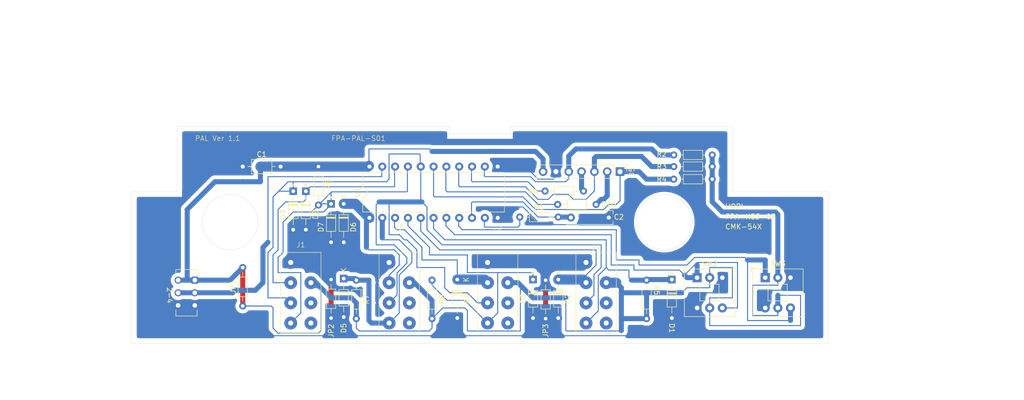
<source format=kicad_pcb>
(kicad_pcb (version 20240108) (generator "pcbnew") (generator_version "8.0")
  (layers (0 "F.Cu" signal) (31 "B.Cu" signal) (34 "B.Paste" user) (35 "F.Paste" user) (36 "B.SilkS" user "B.Silkscreen") (37 "F.SilkS" user "F.Silkscreen") (38 "B.Mask" user) (39 "F.Mask" user) (44 "Edge.Cuts" user))
  (net 0 "")
  (net 2 "GND")
  (net 10 "VCC")
  (net 11 "Net-(D2-K)")
  (net 12 "Net-(D4-K)")
  (net 13 "Net-(J5-Pin_2)")
  (net 14 "Net-(J5-Pin_4)")
  (net 15 "Net-(J5-Pin_5)")
  (net 16 "Net-(J5-Pin_3)")
  (net 17 "Net-(J5-Pin_1)")
  (net 18 "Net-(U1-TURBO_B)")
  (net 19 "Net-(U1-TURBO_A)")
  (net 20 "Net-(D6-K)")
  (net 21 "Net-(U1-$4017_D0)")
  (net 22 "Net-(U1-$4016_D0)")
  (net 23 "Net-(U1-~{4P}{slash}2P)")
  (net 24 "Net-(D8-K)")
  (net 25 "Net-(D9-K)")
  (net 26 "Net-(U1-XTAL1)")
  (net 27 "Net-(U1-XTAL2)")
  (net 28 "Net-(D1-K)")
  (net 29 "Net-(D7-K)")
  (net 30 "Net-(D5-K)")
  (net 31 "Net-(D3-K)")
  (footprint "Capacitor_THT:C_Axial_L3.8mm_D2.6mm_P7.50mm_Horizontal" (layer "F.Cu") (at 112 68)
    (property "Reference" "C1")
    (property "Value" "C")
  )
  (footprint "Resistor_THT:R_Axial_DIN0204_L3.6mm_D1.6mm_P7.62mm_Horizontal" (layer "F.Cu") (at 172 98.12 90)
    (property "Reference" "JP3")
    (property "Value" "Jumper_2_Bridged")
  )
  (footprint "Resistor_THT:R_Axial_DIN0204_L3.6mm_D1.6mm_P7.62mm_Horizontal" (layer "F.Cu") (at 166.88 78)
    (property "Reference" "R1")
    (property "Value" "200 kΩ ±5%")
  )
  (footprint "Resistor_THT:R_Axial_DIN0204_L3.6mm_D1.6mm_P7.62mm_Horizontal" (layer "F.Cu") (at 134.5 98.12 90)
    (property "Reference" "R7")
    (property "Value" "R")
  )
  (footprint "Resistor_THT:R_Axial_DIN0204_L3.6mm_D1.6mm_P7.62mm_Horizontal" (layer "F.Cu") (at 112 95.62 90)
    (property "Reference" "JP1")
    (property "Value" "Jumper_2_Bridged")
  )
  (footprint "Capacitor_THT:C_Rect_L9.0mm_W2.5mm_P7.50mm_MKT" (layer "F.Cu") (at 177 78.1)
    (property "Reference" "C2")
    (property "Value" "C")
  )
  (footprint "Resistor_THT:R_Axial_DIN0204_L3.6mm_D1.6mm_P7.62mm_Horizontal" (layer "F.Cu") (at 197.38 70.5)
    (property "Reference" "R4")
    (property "Value" "4.3 kΩ ±5%")
  )
  (footprint "Resistor_THT:R_Axial_DIN0204_L3.6mm_D1.6mm_P7.62mm_Horizontal" (layer "F.Cu") (at 197.38 65.7)
    (property "Reference" "R2")
    (property "Value" "4.3 kΩ ±5%")
  )
  (footprint "Diode_THT:D_DO-34_SOD68_P7.62mm_Horizontal" (layer "F.Cu") (at 124.5 72.88 -90)
    (property "Reference" "D8")
    (property "Value" "D")
  )
  (footprint "Button_Switch_THT:SW_Push_2P2T_Toggle_CK_PVA2OAH5xxxxxxV2" (layer "F.Cu") (at 202 90)
    (property "Reference" "SW2")
    (property "Value" "B")
  )
  (footprint "Package_DIP:DIP-22_W10.16mm" (layer "F.Cu") (at 137.1 78.16 90)
    (property "Reference" "U1")
    (property "Value" "~")
  )
  (footprint "Diode_THT:D_DO-34_SOD68_P7.62mm_Horizontal" (layer "F.Cu") (at 197 90.38 -90)
    (property "Reference" "D1")
    (property "Value" "D")
  )
  (footprint "Diode_THT:D_DO-34_SOD68_P7.62mm_Horizontal" (layer "F.Cu") (at 122 72.88 -90)
    (property "Reference" "D9")
    (property "Value" "D")
  )
  (footprint "NES:Controller" (layer "F.Cu") (at 162.5 87)
    (property "Reference" "J3")
    (property "Value" "Conn_01x07_Socket")
  )
  (footprint "Button_Switch_THT:SW_Push_2P2T_Toggle_CK_PVA2OAH5xxxxxxV2" (layer "F.Cu") (at 215.5 90)
    (property "Reference" "SW3")
    (property "Value" "A")
  )
  (footprint "Resistor_THT:R_Axial_DIN0204_L3.6mm_D1.6mm_P7.62mm_Horizontal" (layer "F.Cu") (at 127 75.62 90)
    (property "Reference" "R8")
    (property "Value" "10 kΩ ±5%")
  )
  (footprint "Diode_THT:D_DO-34_SOD68_P7.62mm_Horizontal" (layer "F.Cu") (at 129.5 75.38 -90)
    (property "Reference" "D7")
    (property "Value" "D")
  )
  (footprint "Diode_THT:D_DO-34_SOD68_P7.62mm_Horizontal" (layer "F.Cu") (at 174.5 90.38 -90)
    (property "Reference" "D2")
    (property "Value" "D")
  )
  (footprint "Button_Switch_THT:SW_CK_JS202011CQN_DPDT_Straight" (layer "F.Cu") (at 102.5 90.5 -90)
    (property "Reference" "SW1")
    (property "Value" "2-4")
  )
  (footprint "NES:Controller" (layer "F.Cu") (at 182 87)
    (property "Reference" "J4")
    (property "Value" "Conn_01x07_Socket")
  )
  (footprint "Connector_PinHeader_2.54mm:PinHeader_1x07_P2.54mm_Vertical" (layer "F.Cu") (at 186.74 69 -90)
    (property "Reference" "J5")
    (property "Value" "Conn_01x07_Socket")
  )
  (footprint "Resistor_THT:R_Axial_DIN0204_L3.6mm_D1.6mm_P7.62mm_Horizontal" (layer "F.Cu") (at 192 98.12 90)
    (property "Reference" "R5")
    (property "Value" "10 kΩ ±5%")
  )
  (footprint "Resistor_THT:R_Axial_DIN0204_L3.6mm_D1.6mm_P7.62mm_Horizontal" (layer "F.Cu") (at 197.38 68)
    (property "Reference" "R3")
    (property "Value" "4.3 kΩ ±5%")
  )
  (footprint "Diode_THT:D_DO-34_SOD68_P7.62mm_Horizontal" (layer "F.Cu") (at 132 75.38 -90)
    (property "Reference" "D6")
    (property "Value" "D")
  )
  (footprint "Diode_THT:D_DO-34_SOD68_P7.62mm_Horizontal" (layer "F.Cu") (at 169.5 90.38 -90)
    (property "Reference" "D3")
    (property "Value" "D")
  )
  (footprint "NES:Controller" (layer "F.Cu") (at 143 87)
    (property "Reference" "J2")
    (property "Value" "Conn_01x07_Socket")
  )
  (footprint "Resistor_THT:R_Axial_DIN0204_L3.6mm_D1.6mm_P7.62mm_Horizontal" (layer "F.Cu") (at 129.5 98 90)
    (property "Reference" "JP2")
    (property "Value" "Jumper_2_Bridged")
  )
  (footprint "Resistor_THT:R_Axial_DIN0204_L3.6mm_D1.6mm_P7.62mm_Horizontal" (layer "F.Cu") (at 171.88 72.85)
    (property "Reference" "R9")
    (property "Value" "330 Ω ±5%")
  )
  (footprint "Resistor_THT:R_Axial_DIN0204_L3.6mm_D1.6mm_P7.62mm_Horizontal" (layer "F.Cu") (at 149.5 98.12 90)
    (property "Reference" "R6")
    (property "Value" "R")
  )
  (footprint "Diode_THT:D_DO-34_SOD68_P7.62mm_Horizontal" (layer "F.Cu") (at 154.5 90.38 -90)
    (property "Reference" "D4")
    (property "Value" "D")
  )
  (footprint "NES:Controller" (layer "F.Cu") (at 123.5 87)
    (property "Reference" "J1")
    (property "Value" "Conn_01x07_Socket")
  )
  (footprint "Diode_THT:D_DO-34_SOD68_P7.62mm_Horizontal" (layer "F.Cu") (at 132 90.185 -90)
    (property "Reference" "D5")
    (property "Value" "D")
  )
  (footprint "Resistor_THT:R_Axial_DIN0204_L3.6mm_D1.6mm_P7.62mm_Horizontal" (layer "F.Cu") (at 174.38 75.5)
    (property "Reference" "R10")
    (property "Value" "330 Ω ±5%")
  )
  (gr_circle (center 195.5 79) (end 195.5 73.5) (stroke (width 0.05)) (fill none) (layer "Edge.Cuts"))
  (gr_poly (pts (xy 228 103) (xy 90 103) (xy 90 73) (xy 99 73) (xy 99 60) (xy 153 60) (xy 153 61.5) (xy 165 61.5) (xy 165 60) (xy 209 60) (xy 209 73) (xy 228 73)) (stroke (width 0.05)) (fill none) (layer "Edge.Cuts"))
  (gr_circle (center 109.5 79) (end 109.5 73.5) (stroke (width 0.05)) (fill none) (layer "Edge.Cuts"))
  (gr_text "FPA-PAL-S01" (at 129.5 63 0) (layer "F.SilkS") (effects (font (size 1 1) (thickness 0.1)) (justify left bottom)))
  (gr_text "CMK-54X" (at 207.5 80.5 0) (layer "F.SilkS") (effects (font (size 1 1)) (justify left bottom)))
  (gr_text "FPA-NES-02" (at 207.5 78.5 0) (layer "F.SilkS") (effects (font (size 1 1)) (justify left bottom)))
  (gr_text "HORI" (at 207.5 76.5 0) (layer "F.SilkS") (effects (font (size 1 1)) (justify left bottom)))
  (gr_text "PAL Ver 1.1" (at 102.5 63 0) (layer "F.SilkS") (effects (font (size 1 1) (thickness 0.1)) (justify left bottom)))
  (segment (start 172 90.5) (end 172 98.12) (width 1) (layer "F.Cu") (net 2))
  (segment (start 129.5 90.38) (end 129.5 98) (width 1) (layer "F.Cu") (net 2))
  (segment (start 192.5 72) (end 199 72) (width 0.2) (layer "B.Cu") (net 2))
  (segment (start 215.5 93) (end 215.5 96) (width 1) (layer "B.Cu") (net 2))
  (segment (start 129.5 98) (end 131.805 98) (width 1) (layer "B.Cu") (net 2))
  (segment (start 172 90.5) (end 172 87) (width 1) (layer "B.Cu") (net 2))
  (segment (start 170.5 70.5) (end 173.5 70.5) (width 0.2) (layer "B.Cu") (net 2))
  (segment (start 174.04 69.96) (end 174.04 69) (width 0.2) (layer "B.Cu") (net 2))
  (segment (start 200.5 70.5) (end 200.5 62.5) (width 0.2) (layer "B.Cu") (net 2))
  (segment (start 93.5 81.5) (end 93.5 93) (width 1) (layer "B.Cu") (net 2))
  (segment (start 100.5 73) (end 100.5 74.5) (width 1) (layer "B.Cu") (net 2))
  (segment (start 224.5 94) (end 220.5 90) (width 0.2) (layer "B.Cu") (net 2))
  (segment (start 171 79.5) (end 183.1 79.5) (width 0.2) (layer "B.Cu") (net 2))
  (segment (start 193.5 100) (end 189 100) (width 1) (layer "B.Cu") (net 2))
  (segment (start 121.5 87) (end 129.5 87) (width 2) (layer "B.Cu") (net 2))
  (segment (start 100.5 74.5) (end 93.5 81.5) (width 1) (layer "B.Cu") (net 2))
  (segment (start 220.5 90) (end 220.5 92) (width 0.2) (layer "B.Cu") (net 2))
  (segment (start 129.5 98) (end 129.5 101.5) (width 1) (layer "B.Cu") (net 2))
  (segment (start 175.38 101.5) (end 172 98.12) (width 0.2) (layer "B.Cu") (net 2))
  (segment (start 129.5 101.5) (end 117 101.5) (width 0.2) (layer "B.Cu") (net 2))
  (segment (start 105.5 68) (end 100.5 73) (width 1) (layer "B.Cu") (net 2))
  (segment (start 127 80.5) (end 129.5 83) (width 2) (layer "B.Cu") (net 2))
  (segment (start 220.5 75) (end 220.5 90) (width 0.2) (layer "B.Cu") (net 2))
  (segment (start 129.5 90.38) (end 129.5 87) (width 1) (layer "B.Cu") (net 2))
  (segment (start 224.5 101) (end 224.5 94) (width 0.2) (layer "B.Cu") (net 2))
  (segment (start 206.5 93) (end 202.5 93) (width 0.2) (layer "B.Cu") (net 2))
  (segment (start 207 90) (end 207 92.5) (width 0.2) (layer "B.Cu") (net 2))
  (segment (start 173.5 70.5) (end 174.04 69.96) (width 0.2) (layer "B.Cu") (net 2))
  (segment (start 172 87) (end 180 87) (width 2) (layer "B.Cu") (net 2))
  (segment (start 195 100) (end 194 100) (width 1) (layer "B.Cu") (net 2))
  (segment (start 160.5 87) (end 172 87) (width 2) (layer "B.Cu") (net 2))
  (segment (start 199.5 72) (end 201 73.5) (width 0.2) (layer "B.Cu") (net 2))
  (segment (start 197 98) (end 200 98) (width 1) (layer "B.Cu") (net 2))
  (segment (start 154.5 101.5) (end 132 101.5) (width 0.2) (layer "B.Cu") (net 2))
  (segment (start 202 96) (end 202 101) (width 0.2) (layer "B.Cu") (net 2))
  (segment (start 169.5 98) (end 174.5 98) (width 1) (layer "B.Cu") (net 2))
  (segment (start 174.04 64.46) (end 174.04 69) (width 0.2) (layer "B.Cu") (net 2))
  (segment (start 207 92.5) (end 206.5 93) (width 0.2) (layer "B.Cu") (net 2))
  (segment (start 129.5 87) (end 132 87) (width 2) (layer "B.Cu") (net 2))
  (segment (start 132 101.5) (end 129.5 101.5) (width 0.2) (layer "B.Cu") (net 2))
  (segment (start 208 74.5) (end 220 74.5) (width 0.2) (layer "B.Cu") (net 2))
  (segment (start 96 95.5) (end 99.2 95.5) (width 1) (layer "B.Cu") (net 2))
  (segment (start 186.4 78.1) (end 192.5 72) (width 0.2) (layer "B.Cu") (net 2))
  (segment (start 122 80.5) (end 127 80.5) (width 2) (layer "B.Cu") (net 2))
  (segment (start 216 92.5) (end 215.5 93) (width 0.2) (layer "B.Cu") (net 2))
  (segment (start 168.62 101.5) (end 175.5 101.5) (width 0.2) (layer "B.Cu") (net 2))
  (segment (start 189 101.5) (end 189 100) (width 0.2) (layer "B.Cu") (net 2))
  (segment (start 102.5 95.5) (end 107 95.5) (width 1) (layer "B.Cu") (net 2))
  (segment (start 167.84 67.84) (end 170.5 70.5) (width 0.2) (layer "B.Cu") (net 2))
  (segment (start 207 62.5) (end 207 73.5) (width 0.2) (layer "B.Cu") (net 2))
  (segment (start 162.4 78) (end 162.4 76.1) (width 0.2) (layer "B.Cu") (net 2))
  (segment (start 122 80.5) (end 122 86.5) (width 2) (layer "B.Cu") (net 2))
  (segment (start 129.5 83) (end 132 83) (width 2) (layer "B.Cu") (net 2))
  (segment (start 162.5 76) (end 167.5 76) (width 0.2) (layer "B.Cu") (net 2))
  (segment (start 112 68) (end 105.5 68) (width 1) (layer "B.Cu") (net 2))
  (segment (start 184.5 78.1) (end 186.4 78.1) (width 0.2) (layer "B.Cu") (net 2))
  (segment (start 168.62 101.5) (end 172 98.12) (width 0.2) (layer "B.Cu") (net 2))
  (segment (start 200.5 62.5) (end 207 62.5) (width 0.2) (layer "B.Cu") (net 2))
  (segment (start 154.5 101.5) (end 168.62 101.5) (width 0.2) (layer "B.Cu") (net 2))
  (segment (start 202 93.5) (end 202 96) (width 0.2) (layer "B.Cu") (net 2))
  (segment (start 201 73.5) (end 202.5 75) (width 0.2) (layer "B.Cu") (net 2))
  (segment (start 194 100) (end 193.5 100) (width 1) (layer "B.Cu") (net 2))
  (segment (start 117 101.5) (end 116 100.5) (width 0.2) (layer "B.Cu") (net 2))
  (segment (start 110.5 99) (end 114 99) (width 1) (layer "B.Cu") (net 2))
  (segment (start 132 83) (end 132 87) (width 2) (layer "B.Cu") (net 2))
  (segment (start 162.4 67.84) (end 167.84 67.84) (width 0.2) (layer "B.Cu") (net 2))
  (segment (start 220 74.5) (end 220.5 75) (width 0.2) (layer "B.Cu") (net 2))
  (segment (start 220.5 92) (end 220 92.5) (width 0.2) (layer "B.Cu") (net 2))
  (segment (start 199 72) (end 200.5 70.5) (width 0.2) (layer "B.Cu") (net 2))
  (segment (start 122 86.5) (end 121.5 87) (width 2) (layer "B.Cu") (net 2))
  (segment (start 131.805 98) (end 132 97.805) (width 1) (layer "B.Cu") (net 2))
  (segment (start 132 87) (end 141 87) (width 2) (layer "B.Cu") (net 2))
  (segment (start 202.5 93) (end 202 93.5) (width 0.2) (layer "B.Cu") (net 2))
  (segment (start 114 99) (end 114.5 99) (width 1) (layer "B.Cu") (net 2))
  (segment (start 176 62.5) (end 174.04 64.46) (width 0.2) (layer "B.Cu") (net 2))
  (segment (start 175.5 101.5) (end 175.38 101.5) (width 0.2) (layer "B.Cu") (net 2))
  (segment (start 167.5 76) (end 171 79.5) (width 0.2) (layer "B.Cu") (net 2))
  (segment (start 183.1 79.5) (end 184.5 78.1) (width 0.2) (layer "B.Cu") (net 2))
  (segment (start 93.5 93) (end 96 95.5) (width 1) (layer "B.Cu") (net 2))
  (segment (start 200 98) (end 202 96) (width 1) (layer "B.Cu") (net 2))
  (segment (start 162.4 76.1) (end 162.5 76) (width 0.2) (layer "B.Cu") (net 2))
  (segment (start 199 72) (end 199.5 72) (width 0.2) (layer "B.Cu") (net 2))
  (segment (start 107 95.5) (end 109 97.5) (width 1) (layer "B.Cu") (net 2))
  (segment (start 175.5 101.5) (end 189 101.5) (width 0.2) (layer "B.Cu") (net 2))
  (segment (start 197 98) (end 195 100) (width 1) (layer "B.Cu") (net 2))
  (segment (start 114.5 99) (end 116 100.5) (width 1) (layer "B.Cu") (net 2))
  (segment (start 200.5 62.5) (end 176 62.5) (width 0.2) (layer "B.Cu") (net 2))
  (segment (start 109 97.5) (end 110.5 99) (width 1) (layer "B.Cu") (net 2))
  (segment (start 220 92.5) (end 216 92.5) (width 0.2) (layer "B.Cu") (net 2))
  (segment (start 154.5 98) (end 154.5 101.5) (width 0.2) (layer "B.Cu") (net 2))
  (segment (start 202 101) (end 224.5 101) (width 0.2) (layer "B.Cu") (net 2))
  (segment (start 207 73.5) (end 208 74.5) (width 0.2) (layer "B.Cu") (net 2))
  (segment (start 99.2 95.5) (end 102.5 95.5) (width 1) (layer "B.Cu") (net 2))
  (segment (start 112 88) (end 112 95.62) (width 1) (layer "F.Cu") (net 10))
  (segment (start 186.93 100.57) (end 187 100.5) (width 0.2) (layer "B.Cu") (net 10))
  (segment (start 127 68) (end 136.84 68) (width 2) (layer "B.Cu") (net 10))
  (segment (start 171.5 66.5) (end 171 66) (width 1) (layer "B.Cu") (net 10))
  (segment (start 115.5 71) (end 115.5 68) (width 1) (layer "B.Cu") (net 10))
  (segment (start 204.5 96) (end 204.5 94) (width 0.2) (layer "B.Cu") (net 10))
  (segment (start 156.5 96.5) (end 156.5 100.5) (width 0.2) (layer "B.Cu") (net 10))
  (segment (start 176 100.5) (end 176.07 100.57) (width 0.2) (layer "B.Cu") (net 10))
  (segment (start 127 101) (end 127.5 100.5) (width 0.2) (layer "B.Cu") (net 10))
  (segment (start 176 94) (end 176 100.5) (width 0.2) (layer "B.Cu") (net 10))
  (segment (start 136.84 68) (end 137 67.84) (width 2) (layer "B.Cu") (net 10))
  (segment (start 117.62 95.62) (end 118 96) (width 0.2) (layer "B.Cu") (net 10))
  (segment (start 156 96) (end 156.5 96.5) (width 0.2) (layer "B.Cu") (net 10))
  (segment (start 129.5 94) (end 126.5 91) (width 1) (layer "B.Cu") (net 10))
  (segment (start 101 90.5) (end 102.5 90.5) (width 1) (layer "B.Cu") (net 10))
  (segment (start 127.5 100.5) (end 127.5 92) (width 0.2) (layer "B.Cu") (net 10))
  (segment (start 204.5 99.5) (end 204.5 96) (width 0.2) (layer "B.Cu") (net 10))
  (segment (start 149 64.5) (end 149.5 65) (width 0.2) (layer "B.Cu") (net 10))
  (segment (start 199 93) (end 200 92) (width 0.2) (layer "B.Cu") (net 10))
  (segment (start 148.93 100.57) (end 135.07 100.57) (width 0.2) (layer "B.Cu") (net 10))
  (segment (start 112 71) (end 115.5 71) (width 1) (layer "B.Cu") (net 10))
  (segment (start 112 95.62) (end 117.62 95.62) (width 0.2) (layer "B.Cu") (net 10))
  (segment (start 156.57 100.57) (end 166.93 100.57) (width 0.2) (layer "B.Cu") (net 10))
  (segment (start 137 64.5) (end 149 64.5) (width 0.2) (layer "B.Cu") (net 10))
  (segment (start 166.75 91.25) (end 164.75 91.25) (width 0.2) (layer "B.Cu") (net 10))
  (segment (start 213 97.5) (end 218 97.5) (width 0.2) (layer "B.Cu") (net 10))
  (segment (start 192 98.12) (end 192 93) (width 1) (layer "B.Cu") (net 10))
  (segment (start 146 91) (end 149.5 94.5) (width 1) (layer "B.Cu") (net 10))
  (segment (start 204.5 94) (end 209 94) (width 0.2) (layer "B.Cu") (net 10))
  (segment (start 218 91.5) (end 213 91.5) (width 0.2) (layer "B.Cu") (net 10))
  (segment (start 119.5 68) (end 115.5 68) (width 2) (layer "B.Cu") (net 10))
  (segment (start 166.93 100.57) (end 167 100.5) (width 0.2) (layer "B.Cu") (net 10))
  (segment (start 204.5 92) (end 204.5 90) (width 0.2) (layer "B.Cu") (net 10))
  (segment (start 186 91) (end 184 91) (width 2) (layer "B.Cu") (net 10))
  (segment (start 200 92) (end 204.5 92) (width 0.2) (layer "B.Cu") (net 10))
  (segment (start 149.5 100) (end 148.93 100.57) (width 0.2) (layer "B.Cu") (net 10))
  (segment (start 213 91.5) (end 213 97.5) (width 0.2) (layer "B.Cu") (net 10))
  (segment (start 162 65) (end 149.5 65) (width 1) (layer "B.Cu") (net 10))
  (segment (start 149.5 98.12) (end 151.62 96) (width 0.2) (layer "B.Cu") (net 10))
  (segment (start 99.2 90.5) (end 101 90.5) (width 1) (layer "B.Cu") (net 10))
  (segment (start 134.5 98.12) (end 134.5 95) (width 1) (layer "B.Cu") (net 10))
  (segment (start 187 98) (end 187 93) (width 1) (layer "B.Cu") (net 10))
  (segment (start 127.5 92) (end 126.5 92) (width 0.2) (layer "B.Cu") (net 10))
  (segment (start 171.5 69) (end 171.5 66.5) (width 1) (layer "B.Cu") (net 10))
  (segment (start 218 77.5) (end 218 90) (width 1) (layer "B.Cu") (net 10))
  (segment (start 134.5 95) (end 133.5 94) (width 1) (layer "B.Cu") (net 10))
  (segment (start 170 65) (end 163 65) (width 1) (layer "B.Cu") (net 10))
  (segment (start 167 91.5) (end 166.75 91.25) (width 0.2) (layer "B.Cu") (net 10))
  (segment (start 209 94) (end 209 88) (width 0.2) (layer "B.Cu") (net 10))
  (segment (start 126.5 92) (end 125.5 91) (width 0.2) (layer "B.Cu") (net 10))
  (segment (start 106.5 71) (end 112 71) (width 1) (layer "B.Cu") (net 10))
  (segment (start 218 90) (end 218 91.5) (width 0.2) (layer "B.Cu") (net 10))
  (segment (start 222.5 93.5) (end 222.5 99.5) (width 0.2) (layer "B.Cu") (net 10))
  (segment (start 205 75) (end 207 77) (width 1) (layer "B.Cu") (net 10))
  (segment (start 135.07 100.57) (end 134.5 100) (width 0.2) (layer "B.Cu") (net 10))
  (segment (start 192 93) (end 187 93) (width 1) (layer "B.Cu") (net 10))
  (segment (start 145 91) (end 146 91) (width 0.2) (layer "B.Cu") (net 10))
  (segment (start 101 76.5) (end 105.5 72) (width 1) (layer "B.Cu") (net 10))
  (segment (start 118 100) (end 119 101) (width 0.2) (layer "B.Cu") (net 10))
  (segment (start 126.5 91) (end 125.5 91) (width 1) (layer "B.Cu") (net 10))
  (segment (start 187.12 98.12) (end 187 98) (width 1) (layer "B.Cu") (net 10))
  (segment (start 149.5 94.5) (end 149.5 98.12) (width 1) (layer "B.Cu") (net 10))
  (segment (start 218 97.5) (end 218 96) (width 0.2) (layer "B.Cu") (net 10))
  (segment (start 127 68) (end 119.5 68) (width 2) (layer "B.Cu") (net 10))
  (segment (start 204.5 88) (end 204.5 90) (width 0.2) (layer "B.Cu") (net 10))
  (segment (start 169.5 94) (end 176 94) (width 1) (layer "B.Cu") (net 10))
  (segment (start 205 65.7) (end 205 75) (width 1) (layer "B.Cu") (net 10))
  (segment (start 209 88) (end 204.5 88) (width 0.2) (layer "B.Cu") (net 10))
  (segment (start 167 100.5) (end 167 91.5) (width 0.2) (layer "B.Cu") (net 10))
  (segment (start 102.5 90.5) (end 109.5 90.5) (width 1) (layer "B.Cu") (net 10))
  (segment (start 166.5 91) (end 169.5 94) (width 1) (layer "B.Cu") (net 10))
  (segment (start 149.5 98.12) (end 149.5 100) (width 0.2) (layer "B.Cu") (net 10))
  (segment (start 187 92) (end 186 91) (width 1) (layer "B.Cu") (net 10))
  (segment (start 218 93.5) (end 222.5 93.5) (width 0.2) (layer "B.Cu") (net 10))
  (segment (start 187 100.5) (end 187 98) (width 1) (layer "B.Cu") (net 10))
  (segment (start 192 98.12) (end 187.12 98.12) (width 1) (layer "B.Cu") (net 10))
  (segment (start 137 67.84) (end 137 64.5) (width 0.2) (layer "B.Cu") (net 10))
  (segment (start 207 77) (end 217.5 77) (width 1) (layer "B.Cu") (net 10))
  (segment (start 222.5 99.5) (end 204.5 99.5) (width 0.2) (layer "B.Cu") (net 10))
  (segment (start 109.5 90.5) (end 112 88) (width 1) (layer "B.Cu") (net 10))
  (segment (start 133.5 94) (end 129.5 94) (width 1) (layer "B.Cu") (net 10))
  (segment (start 176.07 100.57) (end 186.93 100.57) (width 0.2) (layer "B.Cu") (net 10))
  (segment (start 187 93) (end 187 92) (width 1) (layer "B.Cu") (net 10))
  (segment (start 217.5 77) (end 218 77.5) (width 1) (layer "B.Cu") (net 10))
  (segment (start 118 96) (end 118 100) (width 0.2) (layer "B.Cu") (net 10))
  (segment (start 101 90.5) (end 101 76.5) (width 1) (layer "B.Cu") (net 10))
  (segment (start 163 65) (end 162 65) (width 1) (layer "B.Cu") (net 10))
  (segment (start 171 66) (end 170 65) (width 1) (layer "B.Cu") (net 10))
  (segment (start 119 101) (end 127 101) (width 0.2) (layer "B.Cu") (net 10))
  (segment (start 105.5 72) (end 106.5 71) (width 1) (layer "B.Cu") (net 10))
  (segment (start 156.5 100.5) (end 156.57 100.57) (width 0.2) (layer "B.Cu") (net 10))
  (segment (start 192 93) (end 199 93) (width 1) (layer "B.Cu") (net 10))
  (segment (start 164.5 91) (end 166.5 91) (width 1) (layer "B.Cu") (net 10))
  (segment (start 164.75 91.25) (end 164.5 91) (width 0.2) (layer "B.Cu") (net 10))
  (segment (start 151.62 96) (end 156 96) (width 0.2) (layer "B.Cu") (net 10))
  (segment (start 134.5 100) (end 134.5 98.12) (width 0.2) (layer "B.Cu") (net 10))
  (segment (start 218 96) (end 218 93.5) (width 1) (layer "B.Cu") (net 10))
  (segment (start 182 84.5) (end 151 84.5) (width 0.2) (layer "B.Cu") (net 11))
  (segment (start 174.5 90.38) (end 179.38 90.38) (width 2) (layer "B.Cu") (net 11))
  (segment (start 180 89.5) (end 182 87.5) (width 0.2) (layer "B.Cu") (net 11))
  (segment (start 182 87.5) (end 182 84.5) (width 0.2) (layer "B.Cu") (net 11))
  (segment (start 180 91) (end 180 89.5) (width 0.2) (layer "B.Cu") (net 11))
  (segment (start 151 84.5) (end 147.26 80.76) (width 0.2) (layer "B.Cu") (net 11))
  (segment (start 147.26 80.76) (end 147.26 78.16) (width 0.2) (layer "B.Cu") (net 11))
  (segment (start 179.38 90.38) (end 180 91) (width 2) (layer "B.Cu") (net 11))
  (segment (start 147.5 84) (end 147.5 86.5) (width 0.2) (layer "B.Cu") (net 12))
  (segment (start 142.5 80.5) (end 144 80.5) (width 0.2) (layer "B.Cu") (net 12))
  (segment (start 142.08 80.08) (end 142.5 80.5) (width 0.2) (layer "B.Cu") (net 12))
  (segment (start 154.5 86.5) (end 154.5 90.38) (width 0.2) (layer "B.Cu") (net 12))
  (segment (start 144 80.5) (end 147.5 84) (width 0.2) (layer "B.Cu") (net 12))
  (segment (start 159.88 90.38) (end 160.5 91) (width 2) (layer "B.Cu") (net 12))
  (segment (start 147.5 86.5) (end 154.5 86.5) (width 0.2) (layer "B.Cu") (net 12))
  (segment (start 142.08 78) (end 142.08 80.08) (width 0.2) (layer "B.Cu") (net 12))
  (segment (start 154.5 90.38) (end 159.88 90.38) (width 2) (layer "B.Cu") (net 12))
  (segment (start 183.5 74.5) (end 183 74.5) (width 1) (layer "B.Cu") (net 13))
  (segment (start 184.2 73.8) (end 183.5 74.5) (width 1) (layer "B.Cu") (net 13))
  (segment (start 184.2 69) (end 184.2 73.8) (width 1) (layer "B.Cu") (net 13))
  (segment (start 183 74.5) (end 182 75.5) (width 1) (layer "B.Cu") (net 13))
  (segment (start 179.12 72.47) (end 179.5 72.85) (width 1) (layer "B.Cu") (net 14))
  (segment (start 179.12 69) (end 179.12 72.47) (width 1) (layer "B.Cu") (net 14))
  (segment (start 193 64.5) (end 178 64.5) (width 1) (layer "B.Cu") (net 15))
  (segment (start 197.38 65.7) (end 194.2 65.7) (width 1) (layer "B.Cu") (net 15))
  (segment (start 194.2 65.7) (end 193 64.5) (width 1) (layer "B.Cu") (net 15))
  (segment (start 176.58 65.92) (end 176.58 69) (width 1) (layer "B.Cu") (net 15))
  (segment (start 178 64.5) (end 176.58 65.92) (width 1) (layer "B.Cu") (net 15))
  (segment (start 176 71) (end 176.58 70.42) (width 0.2) (layer "B.Cu") (net 15))
  (segment (start 160 70) (end 169 70) (width 0.2) (layer "B.Cu") (net 15))
  (segment (start 170 71) (end 176 71) (width 0.2) (layer "B.Cu") (net 15))
  (segment (start 169 70) (end 170 71) (width 0.2) (layer "B.Cu") (net 15))
  (segment (start 159.86 67.84) (end 159.86 69.86) (width 0.2) (layer "B.Cu") (net 15))
  (segment (start 176.58 70.42) (end 176.58 69) (width 0.2) (layer "B.Cu") (net 15))
  (segment (start 159.86 69.86) (end 160 70) (width 0.2) (layer "B.Cu") (net 15))
  (segment (start 154.78 71.78) (end 155 72) (width 0.2) (layer "B.Cu") (net 16))
  (segment (start 170.5 74.5) (end 172.5 74.5) (width 0.2) (layer "B.Cu") (net 16))
  (segment (start 181.66 72.84) (end 181.66 69) (width 0.2) (layer "B.Cu") (net 16))
  (segment (start 173.5 73.5) (end 176.5 73.5) (width 0.2) (layer "B.Cu") (net 16))
  (segment (start 191 66) (end 193 68) (width 1) (layer "B.Cu") (net 16))
  (segment (start 172.5 74.5) (end 173.5 73.5) (width 0.2) (layer "B.Cu") (net 16))
  (segment (start 177.5 74.5) (end 180 74.5) (width 0.2) (layer "B.Cu") (net 16))
  (segment (start 193 68) (end 197.38 68) (width 1) (layer "B.Cu") (net 16))
  (segment (start 176.5 73.5) (end 177.5 74.5) (width 0.2) (layer "B.Cu") (net 16))
  (segment (start 180 74.5) (end 181.66 72.84) (width 0.2) (layer "B.Cu") (net 16))
  (segment (start 155 72) (end 168 72) (width 0.2) (layer "B.Cu") (net 16))
  (segment (start 181.66 66.34) (end 182 66) (width 1) (layer "B.Cu") (net 16))
  (segment (start 181.66 69) (end 181.66 66.34) (width 1) (layer "B.Cu") (net 16))
  (segment (start 154.78 67.84) (end 154.78 71.78) (width 0.2) (layer "B.Cu") (net 16))
  (segment (start 168 72) (end 170.5 74.5) (width 0.2) (layer "B.Cu") (net 16))
  (segment (start 182 66) (end 191 66) (width 1) (layer "B.Cu") (net 16))
  (segment (start 183.5 76.5) (end 184.5 75.5) (width 0.2) (layer "B.Cu") (net 17))
  (segment (start 170 76.5) (end 183.5 76.5) (width 0.2) (layer "B.Cu") (net 17))
  (segment (start 149.8 73.8) (end 150 74) (width 0.2) (layer "B.Cu") (net 17))
  (segment (start 192 70.5) (end 190.5 69) (width 1) (layer "B.Cu") (net 17))
  (segment (start 184.5 75.5) (end 186 75.5) (width 0.2) (layer "B.Cu") (net 17))
  (segment (start 167.5 74) (end 170 76.5) (width 0.2) (layer "B.Cu") (net 17))
  (segment (start 197.38 70.5) (end 192 70.5) (width 1) (layer "B.Cu") (net 17))
  (segment (start 149.8 68) (end 149.8 73.8) (width 0.2) (layer "B.Cu") (net 17))
  (segment (start 186.74 74.76) (end 186.74 69) (width 0.2) (layer "B.Cu") (net 17))
  (segment (start 186 75.5) (end 186.74 74.76) (width 0.2) (layer "B.Cu") (net 17))
  (segment (start 150 74) (end 167.5 74) (width 0.2) (layer "B.Cu") (net 17))
  (segment (start 190.5 69) (end 186.74 69) (width 1) (layer "B.Cu") (net 17))
  (segment (start 202 87) (end 199.5 89.5) (width 0.2) (layer "B.Cu") (net 18))
  (segment (start 154 81.5) (end 185 81.5) (width 0.2) (layer "B.Cu") (net 18))
  (segment (start 202 90) (end 200 90) (width 1) (layer "B.Cu") (net 18))
  (segment (start 207 96) (end 210 96) (width 0.2) (layer "B.Cu") (net 18))
  (segment (start 202 89.5) (end 202 87.5) (width 1) (layer "B.Cu") (net 18))
  (segment (start 189.5 88.5) (end 198.5 88.5) (width 0.2) (layer "B.Cu") (net 18))
  (segment (start 185 81.5) (end 185 87.5) (width 0.2) (layer "B.Cu") (net 18))
  (segment (start 200 90) (end 199.5 89.5) (width 1) (layer "B.Cu") (net 18))
  (segment (start 152.24 79.74) (end 154 81.5) (width 0.2) (layer "B.Cu") (net 18))
  (segment (start 185 87.5) (end 189.5 87.5) (width 0.2) (layer "B.Cu") (net 18))
  (segment (start 189.5 87.5) (end 189.5 88.5) (width 0.2) (layer "B.Cu") (net 18))
  (segment (start 152.24 78) (end 152.24 79.74) (width 0.2) (layer "B.Cu") (net 18))
  (segment (start 198.5 88.5) (end 199.5 89.5) (width 0.2) (layer "B.Cu") (net 18))
  (segment (start 210 87) (end 202 87) (width 0.2) (layer "B.Cu") (net 18))
  (segment (start 210 96) (end 210 87) (width 0.2) (layer "B.Cu") (net 18))
  (segment (start 202 90) (end 202 89.5) (width 1) (layer "B.Cu") (net 18))
  (segment (start 154.78 78) (end 154.78 79.78) (width 0.2) (layer "B.Cu") (net 19))
  (segment (start 211.5 86) (end 212 86.5) (width 0.2) (layer "B.Cu") (net 19))
  (segment (start 212 98.5) (end 220.5 98.5) (width 0.2) (layer "B.Cu") (net 19))
  (segment (start 186 81) (end 186 86.5) (width 0.2) (layer "B.Cu") (net 19))
  (segment (start 160.5 80.5) (end 186 80.5) (width 0.2) (layer "B.Cu") (net 19))
  (segment (start 190.5 86.5) (end 190.5 87.5) (width 0.2) (layer "B.Cu") (net 19))
  (segment (start 200.5 87) (end 201.5 86) (width 0.2) (layer "B.Cu") (net 19))
  (segment (start 215.5 86.5) (end 212 86.5) (width 1) (layer "B.Cu") (net 19))
  (segment (start 201.5 86) (end 207.5 86) (width 0.2) (layer "B.Cu") (net 19))
  (segment (start 207.5 86) (end 211.5 86) (width 0.2) (layer "B.Cu") (net 19))
  (segment (start 155 80) (end 155.5 80.5) (width 0.2) (layer "B.Cu") (net 19))
  (segment (start 190.5 87.5) (end 200 87.5) (width 0.2) (layer "B.Cu") (net 19))
  (segment (start 220.5 98.5) (end 220.5 96) (width 1) (layer "B.Cu") (net 19))
  (segment (start 215.5 90) (end 215.5 86.5) (width 1) (layer "B.Cu") (net 19))
  (segment (start 186 86.5) (end 190.5 86.5) (width 0.2) (layer "B.Cu") (net 19))
  (segment (start 154.78 79.78) (end 155 80) (width 0.2) (layer "B.Cu") (net 19))
  (segment (start 212 86.5) (end 212 98.5) (width 0.2) (layer "B.Cu") (net 19))
  (segment (start 200 87.5) (end 200.5 87) (width 0.2) (layer "B.Cu") (net 19))
  (segment (start 155.5 80.5) (end 160.5 80.5) (width 0.2) (layer "B.Cu") (net 19))
  (segment (start 186 80.5) (end 186 81) (width 0.2) (layer "B.Cu") (net 19))
  (segment (start 141 89.5) (end 143 87.5) (width 0.2) (layer "B.Cu") (net 20))
  (segment (start 143 85.5) (end 142 84.5) (width 0.2) (layer "B.Cu") (net 20))
  (segment (start 137 84.5) (end 136.5 84) (width 0.2) (layer "B.Cu") (net 20))
  (segment (start 132 75.38) (end 134.32 75.38) (width 2) (layer "B.Cu") (net 20))
  (segment (start 136.5 78.76) (end 137.1 78.16) (width 0.2) (layer "B.Cu") (net 20))
  (segment (start 134.32 75.38) (end 137.1 78.16) (width 2) (layer "B.Cu") (net 20))
  (segment (start 136.5 84) (end 136.5 78.76) (width 1) (layer "B.Cu") (net 20))
  (segment (start 142 84.5) (end 137 84.5) (width 0.2) (layer "B.Cu") (net 20))
  (segment (start 141 91) (end 141 89.5) (width 0.2) (layer "B.Cu") (net 20))
  (segment (start 143 87.5) (end 143 85.5) (width 0.2) (layer "B.Cu") (net 20))
  (segment (start 157.5 71) (end 168.5 71) (width 0.2) (layer "B.Cu") (net 21))
  (segment (start 170.35 72.85) (end 171.88 72.85) (width 0.2) (layer "B.Cu") (net 21))
  (segment (start 157.32 67.84) (end 157.32 70.82) (width 0.2) (layer "B.Cu") (net 21))
  (segment (start 168.5 71) (end 170.35 72.85) (width 0.2) (layer "B.Cu") (net 21))
  (segment (start 157.32 70.82) (end 157.5 71) (width 0.2) (layer "B.Cu") (net 21))
  (segment (start 168 73) (end 170.5 75.5) (width 0.2) (layer "B.Cu") (net 22))
  (segment (start 152.24 72.74) (end 152.5 73) (width 0.2) (layer "B.Cu") (net 22))
  (segment (start 152.5 73) (end 168 73) (width 0.2) (layer "B.Cu") (net 22))
  (segment (start 152.24 67.84) (end 152.24 72.74) (width 0.2) (layer "B.Cu") (net 22))
  (segment (start 170.5 75.5) (end 174.38 75.5) (width 0.2) (layer "B.Cu") (net 22))
  (segment (start 139.54 67.84) (end 139.54 69.96) (width 0.2) (layer "B.Cu") (net 23))
  (segment (start 114.5 92.5) (end 116 91) (width 1) (layer "B.Cu") (net 23))
  (segment (start 99.2 93) (end 110 93) (width 1) (layer "B.Cu") (net 23))
  (segment (start 110.5 92.5) (end 114.5 92.5) (width 1) (layer "B.Cu") (net 23))
  (segment (start 110 93) (end 110.5 92.5) (width 1) (layer "B.Cu") (net 23))
  (segment (start 116 91) (end 116 84) (width 1) (layer "B.Cu") (net 23))
  (segment (start 116 84) (end 117 83) (width 1) (layer "B.Cu") (net 23))
  (segment (start 139.5 70) (end 117 70) (width 0.2) (layer "B.Cu") (net 23))
  (segment (start 117 70) (end 117 83) (width 0.2) (layer "B.Cu") (net 23))
  (segment (start 139.54 69.96) (end 139.5 70) (width 0.2) (layer "B.Cu") (net 23))
  (segment (start 118 85.5) (end 119 84.5) (width 0.2) (layer "B.Cu") (net 24))
  (segment (start 120.5 75) (end 124 75) (width 0.2) (layer "B.Cu") (net 24))
  (segment (start 142.08 67.84) (end 142.08 71.92) (width 0.2) (layer "B.Cu") (net 24))
  (segment (start 125.38 72) (end 124.5 72.88) (width 0.2) (layer "B.Cu") (net 24))
  (segment (start 119 76.5) (end 120.5 75) (width 0.2) (layer "B.Cu") (net 24))
  (segment (start 142.08 71.92) (end 142 72) (width 0.2) (layer "B.Cu") (net 24))
  (segment (start 119 84.5) (end 119 76.5) (width 0.2) (layer "B.Cu") (net 24))
  (segment (start 121.5 91) (end 118 91) (width 0.2) (layer "B.Cu") (net 24))
  (segment (start 142 72) (end 125.38 72) (width 0.2) (layer "B.Cu") (net 24))
  (segment (start 124.5 74.5) (end 124.5 72.88) (width 0.2) (layer "B.Cu") (net 24))
  (segment (start 124 75) (end 124.5 74.5) (width 0.2) (layer "B.Cu") (net 24))
  (segment (start 118 91) (end 118 85.5) (width 0.2) (layer "B.Cu") (net 24))
  (segment (start 146.5 84.5) (end 144.5 82.5) (width 0.2) (layer "B.Cu") (net 25))
  (segment (start 141 75) (end 147.5 75) (width 1) (layer "B.Cu") (net 25))
  (segment (start 122 72.88) (end 122 71) (width 0.2) (layer "B.Cu") (net 25))
  (segment (start 118 74) (end 119 73) (width 0.2) (layer "B.Cu") (net 25))
  (segment (start 181.57 89.43) (end 181.57 93.43) (width 0.2) (layer "B.Cu") (net 25))
  (segment (start 152 88) (end 146.5 88) (width 0.2) (layer "B.Cu") (net 25))
  (segment (start 147.16 65.66) (end 147.16 67.84) (width 0.2) (layer "B.Cu") (net 25))
  (segment (start 120.5 94) (end 117 94) (width 0.2) (layer "B.Cu") (net 25))
  (segment (start 146.5 88) (end 146.5 84.5) (width 0.2) (layer "B.Cu") (net 25))
  (segment (start 142 83.5) (end 138.5 83.5) (width 0.2) (layer "B.Cu") (net 25))
  (segment (start 147.26 74.76) (end 147.5 75) (width 0.2) (layer "B.Cu") (net 25))
  (segment (start 181.57 93.43) (end 180 95) (width 0.2) (layer "B.Cu") (net 25))
  (segment (start 151.5 83.5) (end 183 83.5) (width 0.2) (layer "B.Cu") (net 25))
  (segment (start 138.44 83.44) (end 138.44 75.56) (width 0.2) (layer "B.Cu") (net 25))
  (segment (start 147.5 75) (end 148.5 76) (width 0.2) (layer "B.Cu") (net 25))
  (segment (start 160.5 95) (end 158.5 95) (width 0.2) (layer "B.Cu") (net 25))
  (segment (start 117 94) (end 117 85) (width 0.2) (layer "B.Cu") (net 25))
  (segment (start 144.5 82.5) (end 144 82.5) (width 0.2) (layer "B.Cu") (net 25))
  (segment (start 156.5 93) (end 153 93) (width 0.2) (layer "B.Cu") (net 25))
  (segment (start 140.5 71) (end 140.98 70.52) (width 0.2) (layer "B.Cu") (net 25))
  (segment (start 118 84) (end 118 74) (width 0.2) (layer "B.Cu") (net 25))
  (segment (start 152 92) (end 152 88) (width 0.2) (layer "B.Cu") (net 25))
  (segment (start 138.5 83.5) (end 138.44 83.44) (width 0.2) (layer "B.Cu") (net 25))
  (segment (start 141 95) (end 142.57 93.43) (width 0.2) (layer "B.Cu") (net 25))
  (segment (start 144 82.5) (end 143 81.5) (width 0.2) (layer "B.Cu") (net 25))
  (segment (start 183 83.5) (end 183 88) (width 0.2) (layer "B.Cu") (net 25))
  (segment (start 144.5 86) (end 142 83.5) (width 0.2) (layer "B.Cu") (net 25))
  (segment (start 148.5 76) (end 148.5 80.5) (width 0.2) (layer "B.Cu") (net 25))
  (segment (start 117 85) (end 118 84) (width 0.2) (layer "B.Cu") (net 25))
  (segment (start 153 93) (end 152 92) (width 0.2) (layer "B.Cu") (net 25))
  (segment (start 141 81.5) (end 141 75) (width 0.2) (layer "B.Cu") (net 25))
  (segment (start 121 71) (end 122 71) (width 0.2) (layer "B.Cu") (net 25))
  (segment (start 147 65.5) (end 147.16 65.66) (width 0.2) (layer "B.Cu") (net 25))
  (segment (start 121.5 95) (end 120.5 94) (width 0.2) (layer "B.Cu") (net 25))
  (segment (start 142.57 93.43) (end 142.57 89.07) (width 0.2) (layer "B.Cu") (net 25))
  (segment (start 119.12 72.88) (end 119 73) (width 0.2) (layer "B.Cu") (net 25))
  (segment (start 138.44 75.56) (end 139 75) (width 0.2) (layer "B.Cu") (net 25))
  (segment (start 142.57 89.07) (end 144.5 87.14) (width 0.2) (layer "B.Cu") (net 25))
  (segment (start 122 71) (end 140.5 71) (width 0.2) (layer "B.Cu") (net 25))
  (segment (start 143 81.5) (end 141 81.5) (width 0.2) (layer "B.Cu") (net 25))
  (segment (start 148.5 80.5) (end 151.5 83.5) (width 0.2) (layer "B.Cu") (net 25))
  (segment (start 119 73) (end 121 71) (width 0.2) (layer "B.Cu") (net 25))
  (segment (start 158.5 95) (end 156.5 93) (width 0.2) (layer "B.Cu") (net 25))
  (segment (start 183 88) (end 181.57 89.43) (width 0.2) (layer "B.Cu") (net 25))
  (segment (start 140.98 70.52) (end 140.98 65.52) (width 0.2) (layer "B.Cu") (net 25))
  (segment (start 141 65.5) (end 147 65.5) (width 0.2) (layer "B.Cu") (net 25))
  (segment (start 147.26 68) (end 147.26 74.76) (width 0.2) (layer "B.Cu") (net 25))
  (segment (start 139 75) (end 141 75) (width 1) (layer "B.Cu") (net 25))
  (segment (start 122 72.88) (end 119.12 72.88) (width 0.2) (layer "B.Cu") (net 25))
  (segment (start 140.98 65.52) (end 141 65.5) (width 0.2) (layer "B.Cu") (net 25))
  (segment (start 144.5 87.14) (end 144.5 86) (width 0.2) (layer "B.Cu") (net 25))
  (segment (start 157.32 75.18) (end 157.5 75) (width 0.2) (layer "B.Cu") (net 26))
  (segment (start 157.32 78) (end 157.32 75.18) (width 0.2) (layer "B.Cu") (net 26))
  (segment (start 176.9 78) (end 174.5 78) (width 1) (layer "B.Cu") (net 26))
  (segment (start 170.5 78) (end 174.5 78) (width 0.2) (layer "B.Cu") (net 26))
  (segment (start 157.5 75) (end 167.5 75) (width 0.2) (layer "B.Cu") (net 26))
  (segment (start 177 78.1) (end 176.9 78) (width 1) (layer "B.Cu") (net 26))
  (segment (start 167.5 75) (end 170.5 78) (width 0.2) (layer "B.Cu") (net 26))
  (segment (start 160 80) (end 159.86 79.86) (width 0.2) (layer "B.Cu") (net 27))
  (segment (start 166.5 80) (end 160 80) (width 0.2) (layer "B.Cu") (net 27))
  (segment (start 166.88 78) (end 166.88 79.62) (width 0.2) (layer "B.Cu") (net 27))
  (segment (start 159.86 79.86) (end 159.86 78) (width 0.2) (layer "B.Cu") (net 27))
  (segment (start 166.88 79.62) (end 166.5 80) (width 0.2) (layer "B.Cu") (net 27))
  (segment (start 184 82.5) (end 152 82.5) (width 0.2) (layer "B.Cu") (net 28))
  (segment (start 149.8 80.3) (end 149.8 78.16) (width 0.2) (layer "B.Cu") (net 28))
  (segment (start 184 88) (end 184.5 88.5) (width 0.2) (layer "B.Cu") (net 28))
  (segment (start 183 89) (end 184 88) (width 0.2) (layer "B.Cu") (net 28))
  (segment (start 188.5 88.5) (end 188.5 90) (width 0.2) (layer "B.Cu") (net 28))
  (segment (start 184 88) (end 184 82.5) (width 0.2) (layer "B.Cu") (net 28))
  (segment (start 189 90.5) (end 192 90.5) (width 1) (layer "B.Cu") (net 28))
  (segment (start 192.12 90.38) (end 192 90.5) (width 1) (layer "B.Cu") (net 28))
  (segment (start 182.43 89.57) (end 183 89) (width 0.2) (layer "B.Cu") (net 28))
  (segment (start 180 99) (end 182.43 96.57) (width 0.2) (layer "B.Cu") (net 28))
  (segment (start 188.5 90) (end 189 90.5) (width 0.2) (layer "B.Cu") (net 28))
  (segment (start 152 82.5) (end 149.8 80.3) (width 0.2) (layer "B.Cu") (net 28))
  (segment (start 197 90.38) (end 192.12 90.38) (width 1) (layer "B.Cu") (net 28))
  (segment (start 184.5 88.5) (end 188.5 88.5) (width 0.2) (layer "B.Cu") (net 28))
  (segment (start 182.43 96.57) (end 182.43 89.57) (width 0.2) (layer "B.Cu") (net 28))
  (segment (start 144.62 67.84) (end 144.62 72.88) (width 0.2) (layer "B.Cu") (net 29))
  (segment (start 119 89) (end 119 86) (width 0.2) (layer "B.Cu") (net 29))
  (segment (start 125.62 77) (end 128 77) (width 0.2) (layer "B.Cu") (net 29))
  (segment (start 129.62 73) (end 129.56 73.06) (width 0.2) (layer "B.Cu") (net 29))
  (segment (start 144.5 73) (end 129.62 73) (width 0.2) (layer "B.Cu") (net 29))
  (segment (start 129.5 75.38) (end 127.24 75.38) (width 0.2) (layer "B.Cu") (net 29))
  (segment (start 129.5 75.5) (end 129.5 75.38) (width 0.2) (layer "B.Cu") (net 29))
  (segment (start 128 77) (end 129.5 75.5) (width 0.2) (layer "B.Cu") (net 29))
  (segment (start 123.5 97) (end 123.5 89) (width 0.2) (layer "B.Cu") (net 29))
  (segment (start 129.5 73.12) (end 129.56 73.06) (width 0.2) (layer "B.Cu") (net 29))
  (segment (start 127.24 75.38) (end 127 75.62) (width 0.2) (layer "B.Cu") (net 29))
  (segment (start 125.62 77) (end 127 75.62) (width 0.2) (layer "B.Cu") (net 29))
  (segment (start 123.5 89) (end 119 89) (width 0.2) (layer "B.Cu") (net 29))
  (segment (start 121.5 99) (end 123.5 97) (width 0.2) (layer "B.Cu") (net 29))
  (segment (start 120 79) (end 122 77) (width 0.2) (layer "B.Cu") (net 29))
  (segment (start 144.62 72.88) (end 144.5 73) (width 0.2) (layer "B.Cu") (net 29))
  (segment (start 129.56 73.06) (end 127 75.62) (width 0.2) (layer "B.Cu") (net 29))
  (segment (start 119 86) (end 120 85) (width 0.2) (layer "B.Cu") (net 29))
  (segment (start 120 85) (end 120 79) (width 0.2) (layer "B.Cu") (net 29))
  (segment (start 122 77) (end 125.62 77) (width 0.2) (layer "B.Cu") (net 29))
  (segment (start 129.5 75.38) (end 129.5 73.12) (width 0.2) (layer "B.Cu") (net 29))
  (segment (start 132 90.185) (end 134.185 90.185) (width 1) (layer "B.Cu") (net 30))
  (segment (start 145.5 87) (end 145.5 85) (width 0.2) (layer "B.Cu") (net 30))
  (segment (start 143 89.5) (end 145.5 87) (width 0.2) (layer "B.Cu") (net 30))
  (segment (start 145.5 85) (end 143 82.5) (width 0.2) (layer "B.Cu") (net 30))
  (segment (start 143 97) (end 143 89.5) (width 0.2) (layer "B.Cu") (net 30))
  (segment (start 134.185 90.185) (end 134.5 90.5) (width 1) (layer "B.Cu") (net 30))
  (segment (start 137 90.5) (end 137 98.5) (width 1) (layer "B.Cu") (net 30))
  (segment (start 137.5 99) (end 141 99) (width 1) (layer "B.Cu") (net 30))
  (segment (start 139.64 82.14) (end 139.64 78.16) (width 1) (layer "B.Cu") (net 30))
  (segment (start 140 82.5) (end 139.64 82.14) (width 0.2) (layer "B.Cu") (net 30))
  (segment (start 143 82.5) (end 140 82.5) (width 0.2) (layer "B.Cu") (net 30))
  (segment (start 141 99) (end 143 97) (width 0.2) (layer "B.Cu") (net 30))
  (segment (start 137 98.5) (end 137.5 99) (width 1) (layer "B.Cu") (net 30))
  (segment (start 134.5 90.5) (end 137 90.5) (width 1) (layer "B.Cu") (net 30))
  (segment (start 169.5 89) (end 169.5 90.38) (width 0.2) (layer "B.Cu") (net 31))
  (segment (start 156.5 89) (end 156.5 85.5) (width 0.2) (layer "B.Cu") (net 31))
  (segment (start 162.5 97) (end 162.5 89) (width 0.2) (layer "B.Cu") (net 31))
  (segment (start 160.5 99) (end 162.5 97) (width 0.2) (layer "B.Cu") (net 31))
  (segment (start 149.5 90.5) (end 149.5 91.5) (width 0.2) (layer "B.Cu") (net 31))
  (segment (start 156.5 85.5) (end 149 85.5) (width 0.2) (layer "B.Cu") (net 31))
  (segment (start 144.72 79.72) (end 144.72 78.16) (width 0.2) (layer "B.Cu") (net 31))
  (segment (start 149 85.5) (end 149 84) (width 0.2) (layer "B.Cu") (net 31))
  (segment (start 162.5 89) (end 156.5 89) (width 0.2) (layer "B.Cu") (net 31))
  (segment (start 149.5 91.5) (end 152.5 94.5) (width 0.2) (layer "B.Cu") (net 31))
  (segment (start 156 94.5) (end 160.5 99) (width 0.2) (layer "B.Cu") (net 31))
  (segment (start 152.5 94.5) (end 156 94.5) (width 0.2) (layer "B.Cu") (net 31))
  (segment (start 162.5 89) (end 169.5 89) (width 0.2) (layer "B.Cu") (net 31))
  (segment (start 149 84) (end 144.72 79.72) (width 0.2) (layer "B.Cu") (net 31))
  (zone (net 2) (net_name "GND") (layer "B.Cu") (connect_pads yes (clearance 0.75)) (min_thickness 0.75) (fill yes (thermal_gap 0.75) (thermal_bridge_width 1))
    (polygon (pts (xy 165.5 61) (xy 165.5 62.5) (xy 152.5 62.5) (xy 152.5 61) (xy 100 61) (xy 100 74) (xy 91 74) (xy 91 102) (xy 227 102) (xy 227 74) (xy 208 74) (xy 208 61)))
  )
)
</source>
